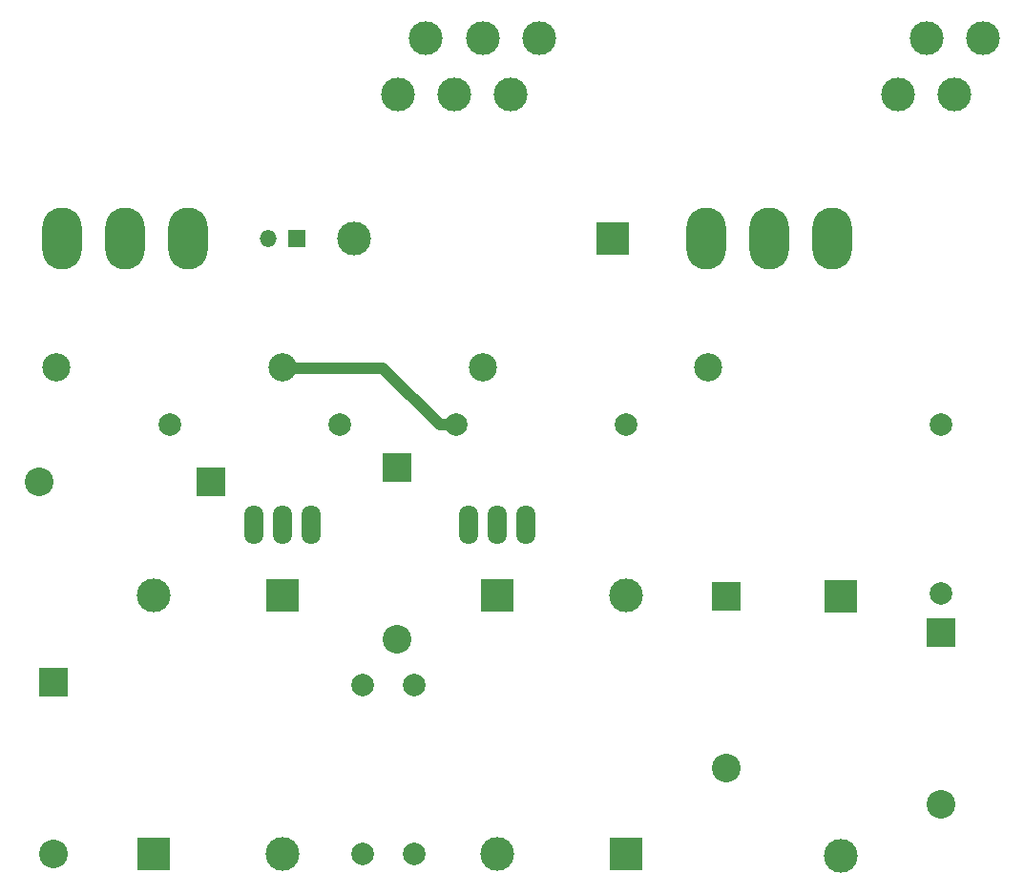
<source format=gbr>
G04 #@! TF.FileFunction,Copper,L1,Top,Signal*
%FSLAX46Y46*%
G04 Gerber Fmt 4.6, Leading zero omitted, Abs format (unit mm)*
G04 Created by KiCad (PCBNEW 4.0.5+dfsg1-4) date Sun Apr 16 11:46:51 2017*
%MOMM*%
%LPD*%
G01*
G04 APERTURE LIST*
%ADD10C,0.100000*%
%ADD11R,3.000000X3.000000*%
%ADD12C,3.000000*%
%ADD13C,2.540000*%
%ADD14R,2.540000X2.540000*%
%ADD15O,3.500120X5.501640*%
%ADD16O,1.699260X3.500120*%
%ADD17C,1.998980*%
%ADD18C,2.500000*%
%ADD19O,1.500000X1.500000*%
%ADD20R,1.500000X1.500000*%
%ADD21C,1.000000*%
G04 APERTURE END LIST*
D10*
D11*
X147320000Y-95110000D03*
D12*
X147320000Y-118110000D03*
D11*
X177800000Y-118110000D03*
D12*
X177800000Y-95110000D03*
D11*
X135890000Y-118110000D03*
D12*
X135890000Y-95110000D03*
D11*
X166370000Y-95110000D03*
D12*
X166370000Y-118110000D03*
D13*
X127000000Y-118110000D03*
D14*
X127000000Y-102870000D03*
D11*
X196850000Y-95250000D03*
D12*
X196850000Y-118250000D03*
D11*
X176670000Y-63500000D03*
D12*
X153670000Y-63500000D03*
D13*
X186690000Y-110490000D03*
D14*
X186690000Y-95250000D03*
D15*
X133350000Y-63500000D03*
X127762000Y-63500000D03*
X138938000Y-63500000D03*
D16*
X147320000Y-88900000D03*
X149860000Y-88900000D03*
X144780000Y-88900000D03*
X166370000Y-88900000D03*
X168910000Y-88900000D03*
X163830000Y-88900000D03*
D17*
X154432000Y-103110000D03*
X154432000Y-118110000D03*
D18*
X147320000Y-74930000D03*
X127320000Y-74930000D03*
D17*
X152400000Y-80010000D03*
X137400000Y-80010000D03*
X177800000Y-80010000D03*
X162800000Y-80010000D03*
X159004000Y-103110000D03*
X159004000Y-118110000D03*
D18*
X165100000Y-74930000D03*
X185100000Y-74930000D03*
D17*
X205740000Y-80010000D03*
X205740000Y-95010000D03*
D15*
X190500000Y-63500000D03*
X184912000Y-63500000D03*
X196088000Y-63500000D03*
D12*
X167600640Y-50721260D03*
X170100000Y-45720000D03*
X165100000Y-45720000D03*
X162600640Y-50721260D03*
X157600640Y-50721260D03*
X160100000Y-45720000D03*
X209470000Y-45720000D03*
X206970640Y-50721260D03*
X201970640Y-50721260D03*
X204470000Y-45720000D03*
D19*
X146050000Y-63500000D03*
D20*
X148590000Y-63500000D03*
D13*
X157480000Y-99060000D03*
D14*
X157480000Y-83820000D03*
D13*
X125730000Y-85090000D03*
D14*
X140970000Y-85090000D03*
D13*
X205740000Y-113665000D03*
D14*
X205740000Y-98425000D03*
D21*
X162800000Y-80010000D02*
X161290000Y-80010000D01*
X161290000Y-80010000D02*
X156279947Y-74999947D01*
X156279947Y-74999947D02*
X147389947Y-74999947D01*
X147389947Y-74999947D02*
X147320000Y-74930000D01*
M02*

</source>
